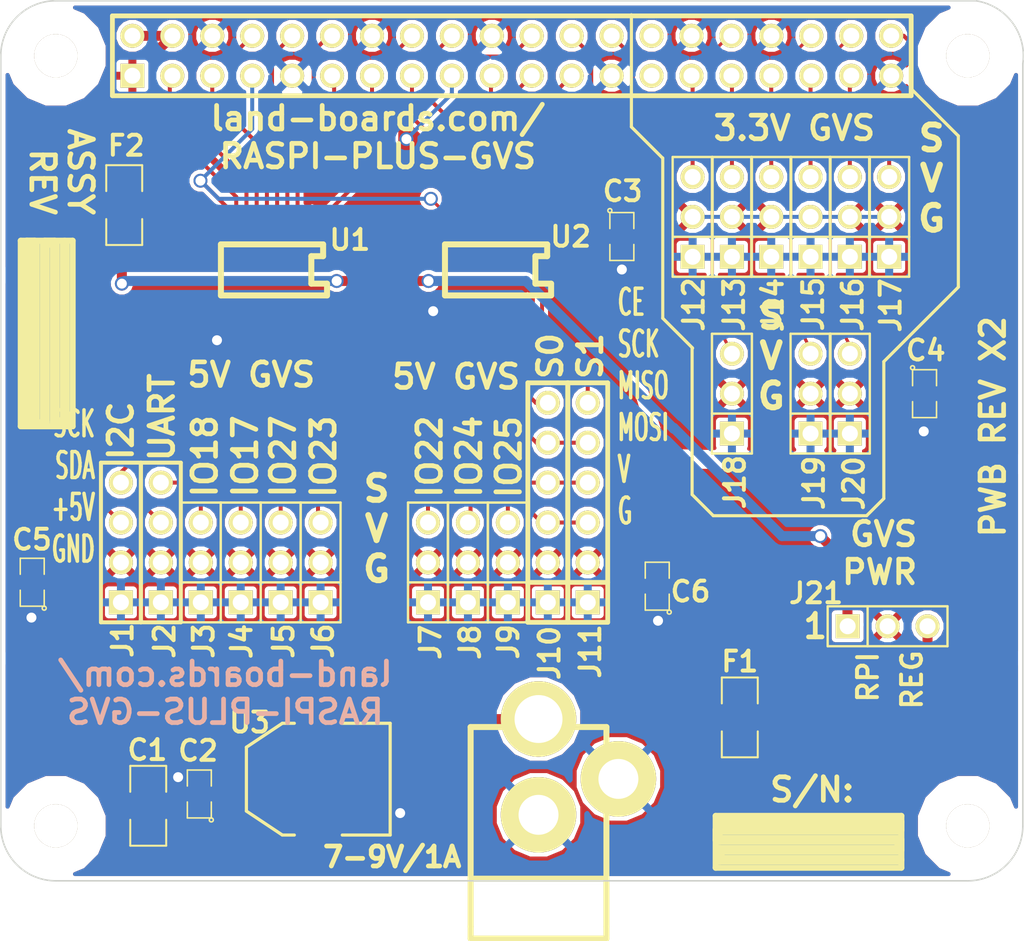
<source format=kicad_pcb>
(kicad_pcb (version 3) (host pcbnew "(2013-04-19 BZR 4011)-stable")
  (layers (15 F.Cu signal) (0 B.Cu signal) (20 B.SilkS user) (21 F.SilkS user) (22 B.Mask user) (23 F.Mask user) (28 Edge.Cuts user))
  (net 0 "")
  (net 1 /+3.3V)
  (net 2 /BIO_17)
  (net 3 /BIO_18)
  (net 4 /BIO_22)
  (net 5 /BIO_23)
  (net 6 /BIO_24)
  (net 7 /BIO_25)
  (net 8 /BIO_27)
  (net 9 /BRXD0)
  (net 10 /BSCLK1)
  (net 11 /BSDA1)
  (net 12 /BSPICE0)
  (net 13 /BSPICE1)
  (net 14 /BSPIMISO)
  (net 15 /BSPIMOSI)
  (net 16 /BSPISCK)
  (net 17 /BTXD0)
  (net 18 /GND)
  (net 19 /GV5V)
  (net 20 /IO_12)
  (net 21 /IO_13)
  (net 22 /IO_16)
  (net 23 /IO_17)
  (net 24 /IO_18)
  (net 25 /IO_19)
  (net 26 /IO_20)
  (net 27 /IO_21)
  (net 28 /IO_22)
  (net 29 /IO_23)
  (net 30 /IO_24)
  (net 31 /IO_25)
  (net 32 /IO_26)
  (net 33 /IO_27)
  (net 34 /IO_4)
  (net 35 /IO_5)
  (net 36 /IO_6)
  (net 37 /R5)
  (net 38 /RP5V)
  (net 39 /RXD0)
  (net 40 /SCLK1)
  (net 41 /SDA1)
  (net 42 /SPICE0)
  (net 43 /SPICE1)
  (net 44 /SPIMISO)
  (net 45 /SPIMOSI)
  (net 46 /SPISCK)
  (net 47 /TXD0)
  (net 48 /VR5V)
  (net 49 /VRIN)
  (net 50 /VROUT)
  (module PIN_ARRAY_4x1 (layer F.Cu) (at 10.18 34.47 90)
    (fp_text reference J2 (at -6.2716 0.234 90) (layer F.SilkS) (effects (font (size 1.27 1.27) (thickness 0.254))))
    (fp_text value CONN_4 hide)
    (pad 1 thru_hole rect (at -3.81 0 90) (size 1.524 1.524) (drill 1.016) (layers *.Cu *.Mask F.SilkS) (net 18 /GND))
    (pad 2 thru_hole circle (at -1.27 0 90) (size 1.524 1.524) (drill 1.016) (layers *.Cu *.Mask F.SilkS) (net 19 /GV5V))
    (pad 3 thru_hole circle (at 1.27 0 90) (size 1.524 1.524) (drill 1.016) (layers *.Cu *.Mask F.SilkS) (net 17 /BTXD0))
    (pad 4 thru_hole circle (at 3.81 0 90) (size 1.524 1.524) (drill 1.016) (layers *.Cu *.Mask F.SilkS) (net 9 /BRXD0))
  )
  (module PIN_ARRAY_3X1 (layer F.Cu) (at 12.72 35.74 90)
    (fp_text reference J3 (at -5.0016 0.1832 90) (layer F.SilkS) (effects (font (size 1.27 1.27) (thickness 0.254))))
    (fp_text value CONN_3 hide)
    (pad 1 thru_hole rect (at -2.54 0 90) (size 1.524 1.524) (drill 1.016) (layers *.Cu *.Mask F.SilkS) (net 18 /GND))
    (pad 2 thru_hole circle (at 0 0 90) (size 1.524 1.524) (drill 1.016) (layers *.Cu *.Mask F.SilkS) (net 19 /GV5V))
    (pad 3 thru_hole circle (at 2.54 0 90) (size 1.524 1.524) (drill 1.016) (layers *.Cu *.Mask F.SilkS) (net 3 /BIO_18))
  )
  (module PIN_ARRAY_3X1 (layer F.Cu) (at 17.8 35.74 90)
    (fp_text reference J5 (at -5.0016 0.1832 90) (layer F.SilkS) (effects (font (size 1.27 1.27) (thickness 0.254))))
    (fp_text value CONN_3 hide)
    (pad 1 thru_hole rect (at -2.54 0 90) (size 1.524 1.524) (drill 1.016) (layers *.Cu *.Mask F.SilkS) (net 18 /GND))
    (pad 2 thru_hole circle (at 0 0 90) (size 1.524 1.524) (drill 1.016) (layers *.Cu *.Mask F.SilkS) (net 19 /GV5V))
    (pad 3 thru_hole circle (at 2.54 0 90) (size 1.524 1.524) (drill 1.016) (layers *.Cu *.Mask F.SilkS) (net 8 /BIO_27))
  )
  (module PIN_ARRAY_3X1 (layer F.Cu) (at 27.17 35.74 90)
    (fp_text reference J7 (at -5.0778 0.1604 90) (layer F.SilkS) (effects (font (size 1.27 1.27) (thickness 0.254))))
    (fp_text value CONN_3 hide)
    (pad 1 thru_hole rect (at -2.54 0 90) (size 1.524 1.524) (drill 1.016) (layers *.Cu *.Mask F.SilkS) (net 18 /GND))
    (pad 2 thru_hole circle (at 0 0 90) (size 1.524 1.524) (drill 1.016) (layers *.Cu *.Mask F.SilkS) (net 19 /GV5V))
    (pad 3 thru_hole circle (at 2.54 0 90) (size 1.524 1.524) (drill 1.016) (layers *.Cu *.Mask F.SilkS) (net 4 /BIO_22))
  )
  (module PIN_ARRAY_3X1 (layer F.Cu) (at 32.25 35.74 90)
    (fp_text reference J9 (at -5.0524 0.0334 90) (layer F.SilkS) (effects (font (size 1.27 1.27) (thickness 0.254))))
    (fp_text value CONN_3 hide)
    (pad 1 thru_hole rect (at -2.54 0 90) (size 1.524 1.524) (drill 1.016) (layers *.Cu *.Mask F.SilkS) (net 18 /GND))
    (pad 2 thru_hole circle (at 0 0 90) (size 1.524 1.524) (drill 1.016) (layers *.Cu *.Mask F.SilkS) (net 19 /GV5V))
    (pad 3 thru_hole circle (at 2.54 0 90) (size 1.524 1.524) (drill 1.016) (layers *.Cu *.Mask F.SilkS) (net 7 /BIO_25))
  )
  (module PIN_ARRAY_3X1 (layer F.Cu) (at 20.34 35.74 90)
    (fp_text reference J6 (at -5.0016 0.1578 90) (layer F.SilkS) (effects (font (size 1.27 1.27) (thickness 0.254))))
    (fp_text value CONN_3 hide)
    (pad 1 thru_hole rect (at -2.54 0 90) (size 1.524 1.524) (drill 1.016) (layers *.Cu *.Mask F.SilkS) (net 18 /GND))
    (pad 2 thru_hole circle (at 0 0 90) (size 1.524 1.524) (drill 1.016) (layers *.Cu *.Mask F.SilkS) (net 19 /GV5V))
    (pad 3 thru_hole circle (at 2.54 0 90) (size 1.524 1.524) (drill 1.016) (layers *.Cu *.Mask F.SilkS) (net 5 /BIO_23))
  )
  (module PIN_ARRAY_3X1 (layer F.Cu) (at 29.71 35.74 90)
    (fp_text reference J8 (at -5.0778 0.135 90) (layer F.SilkS) (effects (font (size 1.27 1.27) (thickness 0.254))))
    (fp_text value CONN_3 hide)
    (pad 1 thru_hole rect (at -2.54 0 90) (size 1.524 1.524) (drill 1.016) (layers *.Cu *.Mask F.SilkS) (net 18 /GND))
    (pad 2 thru_hole circle (at 0 0 90) (size 1.524 1.524) (drill 1.016) (layers *.Cu *.Mask F.SilkS) (net 19 /GV5V))
    (pad 3 thru_hole circle (at 2.54 0 90) (size 1.524 1.524) (drill 1.016) (layers *.Cu *.Mask F.SilkS) (net 6 /BIO_24))
  )
  (module PIN_ARRAY-6X1 (layer F.Cu) (at 37.33 31.93 90)
    (fp_text reference J11 (at -9.472 0.1604 90) (layer F.SilkS) (effects (font (size 1.27 1.27) (thickness 0.254))))
    (fp_text value CONN_6 hide)
    (pad 1 thru_hole rect (at -6.35 0 90) (size 1.524 1.524) (drill 1.016) (layers *.Cu *.Mask F.SilkS) (net 18 /GND))
    (pad 2 thru_hole circle (at -3.81 0 90) (size 1.524 1.524) (drill 1.016) (layers *.Cu *.Mask F.SilkS) (net 19 /GV5V))
    (pad 3 thru_hole circle (at -1.27 0 90) (size 1.524 1.524) (drill 1.016) (layers *.Cu *.Mask F.SilkS) (net 15 /BSPIMOSI))
    (pad 4 thru_hole circle (at 1.27 0 90) (size 1.524 1.524) (drill 1.016) (layers *.Cu *.Mask F.SilkS) (net 14 /BSPIMISO))
    (pad 5 thru_hole circle (at 3.81 0 90) (size 1.524 1.524) (drill 1.016) (layers *.Cu *.Mask F.SilkS) (net 16 /BSPISCK))
    (pad 6 thru_hole circle (at 6.35 0 90) (size 1.524 1.524) (drill 1.016) (layers *.Cu *.Mask F.SilkS) (net 13 /BSPICE1))
  )
  (module SM1206 (layer F.Cu) (at 47 45.6 90)
    (fp_text reference F1 (at 3.556 0 180) (layer F.SilkS) (effects (font (size 1.27 1.27) (thickness 0.254))))
    (fp_text value FUSE hide)
    (pad 1 smd rect (at -1.651 0 90) (size 1.524 2.032) (layers F.Cu F.Mask) (net 50 /VROUT))
    (pad 2 smd rect (at 1.651 0 90) (size 1.524 2.032) (layers F.Cu F.Mask) (net 48 /VR5V))
  )
  (module PIN_ARRAY_4x1 (layer F.Cu) (at 7.64 34.47 90)
    (fp_text reference J1 (at -6.2208 0.107 90) (layer F.SilkS) (effects (font (size 1.27 1.27) (thickness 0.254))))
    (fp_text value CONN_4 hide)
    (pad 1 thru_hole rect (at -3.81 0 90) (size 1.524 1.524) (drill 1.016) (layers *.Cu *.Mask F.SilkS) (net 18 /GND))
    (pad 2 thru_hole circle (at -1.27 0 90) (size 1.524 1.524) (drill 1.016) (layers *.Cu *.Mask F.SilkS) (net 19 /GV5V))
    (pad 3 thru_hole circle (at 1.27 0 90) (size 1.524 1.524) (drill 1.016) (layers *.Cu *.Mask F.SilkS) (net 11 /BSDA1))
    (pad 4 thru_hole circle (at 3.81 0 90) (size 1.524 1.524) (drill 1.016) (layers *.Cu *.Mask F.SilkS) (net 10 /BSCLK1))
  )
  (module PIN_ARRAY_3X1 (layer F.Cu) (at 15.26 35.74 90)
    (fp_text reference J4 (at -5.027 0.0562 90) (layer F.SilkS) (effects (font (size 1.27 1.27) (thickness 0.254))))
    (fp_text value CONN_3 hide)
    (pad 1 thru_hole rect (at -2.54 0 90) (size 1.524 1.524) (drill 1.016) (layers *.Cu *.Mask F.SilkS) (net 18 /GND))
    (pad 2 thru_hole circle (at 0 0 90) (size 1.524 1.524) (drill 1.016) (layers *.Cu *.Mask F.SilkS) (net 19 /GV5V))
    (pad 3 thru_hole circle (at 2.54 0 90) (size 1.524 1.524) (drill 1.016) (layers *.Cu *.Mask F.SilkS) (net 2 /BIO_17))
  )
  (module PIN_ARRAY-6X1 (layer F.Cu) (at 34.79 31.93 90)
    (fp_text reference J10 (at -9.5736 0.1096 90) (layer F.SilkS) (effects (font (size 1.27 1.27) (thickness 0.254))))
    (fp_text value CONN_6 hide)
    (pad 1 thru_hole rect (at -6.35 0 90) (size 1.524 1.524) (drill 1.016) (layers *.Cu *.Mask F.SilkS) (net 18 /GND))
    (pad 2 thru_hole circle (at -3.81 0 90) (size 1.524 1.524) (drill 1.016) (layers *.Cu *.Mask F.SilkS) (net 19 /GV5V))
    (pad 3 thru_hole circle (at -1.27 0 90) (size 1.524 1.524) (drill 1.016) (layers *.Cu *.Mask F.SilkS) (net 15 /BSPIMOSI))
    (pad 4 thru_hole circle (at 1.27 0 90) (size 1.524 1.524) (drill 1.016) (layers *.Cu *.Mask F.SilkS) (net 14 /BSPIMISO))
    (pad 5 thru_hole circle (at 3.81 0 90) (size 1.524 1.524) (drill 1.016) (layers *.Cu *.Mask F.SilkS) (net 16 /BSPISCK))
    (pad 6 thru_hole circle (at 6.35 0 90) (size 1.524 1.524) (drill 1.016) (layers *.Cu *.Mask F.SilkS) (net 12 /BSPICE0))
  )
  (module SOG20 (layer F.Cu) (at 31.5 17 180)
    (fp_text reference U2 (at -4.7458 1.9886 180) (layer F.SilkS) (effects (font (size 1.27 1.27) (thickness 0.254))))
    (fp_text value TXB0108 hide)
    (pad 11 smd rect (at 2.95 -2.8 180) (size 0.25 1.55) (layers F.Cu F.Mask) (net 18 /GND))
    (pad 12 smd rect (at 2.275 -2.8 180) (size 0.25 1.55) (layers F.Cu F.Mask) (net 4 /BIO_22))
    (pad 13 smd rect (at 1.625 -2.8 180) (size 0.25 1.55) (layers F.Cu F.Mask) (net 6 /BIO_24))
    (pad 14 smd rect (at 0.975 -2.8 180) (size 0.25 1.55) (layers F.Cu F.Mask) (net 7 /BIO_25))
    (pad 15 smd rect (at 0.325 -2.8 180) (size 0.25 1.55) (layers F.Cu F.Mask) (net 15 /BSPIMOSI))
    (pad 16 smd rect (at -0.325 -2.8 180) (size 0.25 1.55) (layers F.Cu F.Mask) (net 14 /BSPIMISO))
    (pad 17 smd rect (at -0.975 -2.8 180) (size 0.25 1.55) (layers F.Cu F.Mask) (net 16 /BSPISCK))
    (pad 18 smd rect (at -1.625 -2.8 180) (size 0.25 1.55) (layers F.Cu F.Mask) (net 12 /BSPICE0))
    (pad 19 smd rect (at -2.275 -2.8 180) (size 0.25 1.55) (layers F.Cu F.Mask) (net 19 /GV5V))
    (pad 20 smd rect (at -2.925 -2.8 180) (size 0.25 1.55) (layers F.Cu F.Mask) (net 13 /BSPICE1))
    (pad 1 smd rect (at -2.925 2.8 180) (size 0.25 1.55) (layers F.Cu F.Mask) (net 43 /SPICE1))
    (pad 2 smd rect (at -2.275 2.8 180) (size 0.25 1.55) (layers F.Cu F.Mask) (net 1 /+3.3V))
    (pad 3 smd rect (at -1.625 2.8 180) (size 0.25 1.55) (layers F.Cu F.Mask) (net 42 /SPICE0))
    (pad 4 smd rect (at -0.975 2.8 180) (size 0.25 1.55) (layers F.Cu F.Mask) (net 46 /SPISCK))
    (pad 5 smd rect (at -0.325 2.8 180) (size 0.25 1.55) (layers F.Cu F.Mask) (net 44 /SPIMISO))
    (pad 6 smd rect (at 0.325 2.8 180) (size 0.25 1.55) (layers F.Cu F.Mask) (net 45 /SPIMOSI))
    (pad 7 smd rect (at 0.975 2.8 180) (size 0.25 1.55) (layers F.Cu F.Mask) (net 31 /IO_25))
    (pad 8 smd rect (at 1.625 2.8 180) (size 0.25 1.55) (layers F.Cu F.Mask) (net 30 /IO_24))
    (pad 9 smd rect (at 2.275 2.8 180) (size 0.25 1.55) (layers F.Cu F.Mask) (net 28 /IO_22))
    (pad 10 smd rect (at 2.925 2.8 180) (size 0.25 1.55) (layers F.Cu F.Mask) (net 34 /IO_4))
  )
  (module SOG20 (layer F.Cu) (at 17.25 17 180)
    (fp_text reference U1 (at -4.9496 1.7854 180) (layer F.SilkS) (effects (font (size 1.27 1.27) (thickness 0.254))))
    (fp_text value TXB0108 hide)
    (pad 11 smd rect (at 2.95 -2.8 180) (size 0.25 1.55) (layers F.Cu F.Mask) (net 18 /GND))
    (pad 12 smd rect (at 2.275 -2.8 180) (size 0.25 1.55) (layers F.Cu F.Mask) (net 11 /BSDA1))
    (pad 13 smd rect (at 1.625 -2.8 180) (size 0.25 1.55) (layers F.Cu F.Mask) (net 10 /BSCLK1))
    (pad 14 smd rect (at 0.975 -2.8 180) (size 0.25 1.55) (layers F.Cu F.Mask) (net 17 /BTXD0))
    (pad 15 smd rect (at 0.325 -2.8 180) (size 0.25 1.55) (layers F.Cu F.Mask) (net 9 /BRXD0))
    (pad 16 smd rect (at -0.325 -2.8 180) (size 0.25 1.55) (layers F.Cu F.Mask) (net 3 /BIO_18))
    (pad 17 smd rect (at -0.975 -2.8 180) (size 0.25 1.55) (layers F.Cu F.Mask) (net 2 /BIO_17))
    (pad 18 smd rect (at -1.625 -2.8 180) (size 0.25 1.55) (layers F.Cu F.Mask) (net 8 /BIO_27))
    (pad 19 smd rect (at -2.275 -2.8 180) (size 0.25 1.55) (layers F.Cu F.Mask) (net 19 /GV5V))
    (pad 20 smd rect (at -2.925 -2.8 180) (size 0.25 1.55) (layers F.Cu F.Mask) (net 5 /BIO_23))
    (pad 1 smd rect (at -2.925 2.8 180) (size 0.25 1.55) (layers F.Cu F.Mask) (net 29 /IO_23))
    (pad 2 smd rect (at -2.275 2.8 180) (size 0.25 1.55) (layers F.Cu F.Mask) (net 1 /+3.3V))
    (pad 3 smd rect (at -1.625 2.8 180) (size 0.25 1.55) (layers F.Cu F.Mask) (net 33 /IO_27))
    (pad 4 smd rect (at -0.975 2.8 180) (size 0.25 1.55) (layers F.Cu F.Mask) (net 23 /IO_17))
    (pad 5 smd rect (at -0.325 2.8 180) (size 0.25 1.55) (layers F.Cu F.Mask) (net 24 /IO_18))
    (pad 6 smd rect (at 0.325 2.8 180) (size 0.25 1.55) (layers F.Cu F.Mask) (net 39 /RXD0))
    (pad 7 smd rect (at 0.975 2.8 180) (size 0.25 1.55) (layers F.Cu F.Mask) (net 47 /TXD0))
    (pad 8 smd rect (at 1.625 2.8 180) (size 0.25 1.55) (layers F.Cu F.Mask) (net 40 /SCLK1))
    (pad 9 smd rect (at 2.275 2.8 180) (size 0.25 1.55) (layers F.Cu F.Mask) (net 41 /SDA1))
    (pad 10 smd rect (at 2.925 2.8 180) (size 0.25 1.55) (layers F.Cu F.Mask) (net 34 /IO_4))
  )
  (module SOT223 (layer F.Cu) (at 20.193 49.53 90)
    (fp_text reference U3 (at 3.6068 -4.3688 180) (layer F.SilkS) (effects (font (size 1.27 1.27) (thickness 0.254))))
    (fp_text value AP1117 hide)
    (pad 4 smd rect (at 0 -3.302 90) (size 3.6576 2.032) (layers F.Cu F.Mask) (net 50 /VROUT))
    (pad 2 smd rect (at 0 3.302 90) (size 1.016 2.032) (layers F.Cu F.Mask) (net 50 /VROUT))
    (pad 3 smd rect (at 2.286 3.302 90) (size 1.016 2.032) (layers F.Cu F.Mask) (net 49 /VRIN))
    (pad 1 smd rect (at -2.286 3.302 90) (size 1.016 2.032) (layers F.Cu F.Mask) (net 18 /GND))
  )
  (module SM1206 (layer F.Cu) (at 9.3772 51.2246 90)
    (fp_text reference C1 (at 3.5488 -0.0554 180) (layer F.SilkS) (effects (font (size 1.27 1.27) (thickness 0.254))))
    (fp_text value 106 hide)
    (pad 1 smd rect (at -1.651 0 90) (size 1.524 2.032) (layers F.Cu F.Mask) (net 50 /VROUT))
    (pad 2 smd rect (at 1.651 0 90) (size 1.524 2.032) (layers F.Cu F.Mask) (net 18 /GND))
  )
  (module SM1206 (layer F.Cu) (at 7.85 13 270)
    (fp_text reference F2 (at -3.7798 -0.1256 360) (layer F.SilkS) (effects (font (size 1.27 1.27) (thickness 0.254))))
    (fp_text value FUSE hide)
    (pad 1 smd rect (at -1.651 0 270) (size 1.524 2.032) (layers F.Cu F.Mask) (net 37 /R5))
    (pad 2 smd rect (at 1.651 0 270) (size 1.524 2.032) (layers F.Cu F.Mask) (net 38 /RP5V))
  )
  (module JACK_2.1MM (layer F.Cu) (at 34.2 51.8 90)
    (fp_text reference J22 hide)
    (fp_text value JACK-3.5MM hide)
    (pad 2 thru_hole circle (at 0 0 90) (size 4.8006 4.8006) (drill 2.54) (layers *.Cu *.Mask F.SilkS) (net 18 /GND))
    (pad 1 thru_hole circle (at 6.096 0 90) (size 4.8006 4.8006) (drill 3.048) (layers *.Cu *.Mask F.SilkS) (net 49 /VRIN))
    (pad 3 thru_hole circle (at 2.286 5.08 90) (size 4.8006 4.8006) (drill 2.54) (layers *.Cu *.Mask F.SilkS) (net 18 /GND))
  )
  (module SM0805 (layer F.Cu) (at 12.6272 50.4746 90)
    (fp_text reference C2 (at 2.748 -0.0796 180) (layer F.SilkS) (effects (font (size 1.27 1.27) (thickness 0.254))))
    (fp_text value 104 hide)
    (pad 1 smd rect (at -0.9525 0 90) (size 0.889 1.397) (layers F.Cu F.Mask) (net 50 /VROUT))
    (pad 2 smd rect (at 0.9525 0 90) (size 0.889 1.397) (layers F.Cu F.Mask) (net 18 /GND))
  )
  (module SM0805 (layer F.Cu) (at 39.5 15 270)
    (fp_text reference C3 (at -2.8842 -0.0478 360) (layer F.SilkS) (effects (font (size 1.27 1.27) (thickness 0.254))))
    (fp_text value 104 hide)
    (pad 1 smd rect (at -0.9525 0 270) (size 0.889 1.397) (layers F.Cu F.Mask) (net 1 /+3.3V))
    (pad 2 smd rect (at 0.9525 0 270) (size 0.889 1.397) (layers F.Cu F.Mask) (net 18 /GND))
  )
  (module SM0805 (layer F.Cu) (at 58.75 25 270)
    (fp_text reference C4 (at -2.7496 -0.0764 360) (layer F.SilkS) (effects (font (size 1.27 1.27) (thickness 0.254))))
    (fp_text value 104 hide)
    (pad 1 smd rect (at -0.9525 0 270) (size 0.889 1.397) (layers F.Cu F.Mask) (net 1 /+3.3V))
    (pad 2 smd rect (at 0.9525 0 270) (size 0.889 1.397) (layers F.Cu F.Mask) (net 18 /GND))
  )
  (module SM0805 (layer F.Cu) (at 2 37 90)
    (fp_text reference C5 (at 2.71 -0.0188 180) (layer F.SilkS) (effects (font (size 1.27 1.27) (thickness 0.254))))
    (fp_text value 104 hide)
    (pad 1 smd rect (at -0.9525 0 90) (size 0.889 1.397) (layers F.Cu F.Mask) (net 18 /GND))
    (pad 2 smd rect (at 0.9525 0 90) (size 0.889 1.397) (layers F.Cu F.Mask) (net 19 /GV5V))
  )
  (module SM0805 (layer F.Cu) (at 41.75 37.25 90)
    (fp_text reference C6 (at -0.342 2.1158 180) (layer F.SilkS) (effects (font (size 1.27 1.27) (thickness 0.254))))
    (fp_text value 104 hide)
    (pad 1 smd rect (at -0.9525 0 90) (size 0.889 1.397) (layers F.Cu F.Mask) (net 18 /GND))
    (pad 2 smd rect (at 0.9525 0 90) (size 0.889 1.397) (layers F.Cu F.Mask) (net 19 /GV5V))
  )
  (module REV_BLOCK (layer F.Cu) (at 51.816 53.3908 180)
    (fp_text reference COUP?2 hide)
    (fp_text value COUPON hide)
  )
  (module REV_BLOCK (layer F.Cu) (at 2.794 20.7264 270)
    (fp_text reference COUP?1 hide)
    (fp_text value COUPON hide)
  )
  (module PIN_ARRAY_3X1 (layer F.Cu) (at 44 13.75 90)
    (fp_text reference J12 (at -5.5794 0.069 90) (layer F.SilkS) (effects (font (size 1.27 1.27) (thickness 0.254))))
    (fp_text value CONN_3 hide)
    (pad 1 thru_hole rect (at -2.54 0 90) (size 1.524 1.524) (drill 1.016) (layers *.Cu *.Mask F.SilkS) (net 18 /GND))
    (pad 2 thru_hole circle (at 0 0 90) (size 1.524 1.524) (drill 1.016) (layers *.Cu *.Mask F.SilkS) (net 1 /+3.3V))
    (pad 3 thru_hole circle (at 2.54 0 90) (size 1.524 1.524) (drill 1.016) (layers *.Cu *.Mask F.SilkS) (net 35 /IO_5))
  )
  (module PIN_ARRAY_3X1 (layer F.Cu) (at 46.5 13.75 90)
    (fp_text reference J13 (at -5.5794 0.1344 90) (layer F.SilkS) (effects (font (size 1.27 1.27) (thickness 0.254))))
    (fp_text value CONN_3 hide)
    (pad 1 thru_hole rect (at -2.54 0 90) (size 1.524 1.524) (drill 1.016) (layers *.Cu *.Mask F.SilkS) (net 18 /GND))
    (pad 2 thru_hole circle (at 0 0 90) (size 1.524 1.524) (drill 1.016) (layers *.Cu *.Mask F.SilkS) (net 1 /+3.3V))
    (pad 3 thru_hole circle (at 2.54 0 90) (size 1.524 1.524) (drill 1.016) (layers *.Cu *.Mask F.SilkS) (net 36 /IO_6))
  )
  (module PIN_ARRAY_3X1 (layer F.Cu) (at 49 13.75 90)
    (fp_text reference J14 (at -5.6048 0.0982 90) (layer F.SilkS) (effects (font (size 1.27 1.27) (thickness 0.254))))
    (fp_text value CONN_3 hide)
    (pad 1 thru_hole rect (at -2.54 0 90) (size 1.524 1.524) (drill 1.016) (layers *.Cu *.Mask F.SilkS) (net 18 /GND))
    (pad 2 thru_hole circle (at 0 0 90) (size 1.524 1.524) (drill 1.016) (layers *.Cu *.Mask F.SilkS) (net 1 /+3.3V))
    (pad 3 thru_hole circle (at 2.54 0 90) (size 1.524 1.524) (drill 1.016) (layers *.Cu *.Mask F.SilkS) (net 21 /IO_13))
  )
  (module PIN_ARRAY_3X1 (layer F.Cu) (at 51.5 13.75 90)
    (fp_text reference J15 (at -5.554 0.1636 90) (layer F.SilkS) (effects (font (size 1.27 1.27) (thickness 0.254))))
    (fp_text value CONN_3 hide)
    (pad 1 thru_hole rect (at -2.54 0 90) (size 1.524 1.524) (drill 1.016) (layers *.Cu *.Mask F.SilkS) (net 18 /GND))
    (pad 2 thru_hole circle (at 0 0 90) (size 1.524 1.524) (drill 1.016) (layers *.Cu *.Mask F.SilkS) (net 1 /+3.3V))
    (pad 3 thru_hole circle (at 2.54 0 90) (size 1.524 1.524) (drill 1.016) (layers *.Cu *.Mask F.SilkS) (net 25 /IO_19))
  )
  (module PIN_ARRAY_3X1 (layer F.Cu) (at 54 13.75 90)
    (fp_text reference J16 (at -5.5794 0.1782 90) (layer F.SilkS) (effects (font (size 1.27 1.27) (thickness 0.254))))
    (fp_text value CONN_3 hide)
    (pad 1 thru_hole rect (at -2.54 0 90) (size 1.524 1.524) (drill 1.016) (layers *.Cu *.Mask F.SilkS) (net 18 /GND))
    (pad 2 thru_hole circle (at 0 0 90) (size 1.524 1.524) (drill 1.016) (layers *.Cu *.Mask F.SilkS) (net 1 /+3.3V))
    (pad 3 thru_hole circle (at 2.54 0 90) (size 1.524 1.524) (drill 1.016) (layers *.Cu *.Mask F.SilkS) (net 32 /IO_26))
  )
  (module PIN_ARRAY_3X1 (layer F.Cu) (at 46.5 25 90)
    (fp_text reference J18 (at -5.6324 0.1852 90) (layer F.SilkS) (effects (font (size 1.27 1.27) (thickness 0.254))))
    (fp_text value CONN_3 hide)
    (pad 1 thru_hole rect (at -2.54 0 90) (size 1.524 1.524) (drill 1.016) (layers *.Cu *.Mask F.SilkS) (net 18 /GND))
    (pad 2 thru_hole circle (at 0 0 90) (size 1.524 1.524) (drill 1.016) (layers *.Cu *.Mask F.SilkS) (net 1 /+3.3V))
    (pad 3 thru_hole circle (at 2.54 0 90) (size 1.524 1.524) (drill 1.016) (layers *.Cu *.Mask F.SilkS) (net 20 /IO_12))
  )
  (module PIN_ARRAY_3X1 (layer F.Cu) (at 51.5 25 90)
    (fp_text reference J19 (at -5.6832 0.2144 90) (layer F.SilkS) (effects (font (size 1.27 1.27) (thickness 0.254))))
    (fp_text value CONN_3 hide)
    (pad 1 thru_hole rect (at -2.54 0 90) (size 1.524 1.524) (drill 1.016) (layers *.Cu *.Mask F.SilkS) (net 18 /GND))
    (pad 2 thru_hole circle (at 0 0 90) (size 1.524 1.524) (drill 1.016) (layers *.Cu *.Mask F.SilkS) (net 1 /+3.3V))
    (pad 3 thru_hole circle (at 2.54 0 90) (size 1.524 1.524) (drill 1.016) (layers *.Cu *.Mask F.SilkS) (net 22 /IO_16))
  )
  (module PIN_ARRAY_3X1 (layer F.Cu) (at 54 25 90)
    (fp_text reference J20 (at -5.7086 0.2544 90) (layer F.SilkS) (effects (font (size 1.27 1.27) (thickness 0.254))))
    (fp_text value CONN_3 hide)
    (pad 1 thru_hole rect (at -2.54 0 90) (size 1.524 1.524) (drill 1.016) (layers *.Cu *.Mask F.SilkS) (net 18 /GND))
    (pad 2 thru_hole circle (at 0 0 90) (size 1.524 1.524) (drill 1.016) (layers *.Cu *.Mask F.SilkS) (net 1 /+3.3V))
    (pad 3 thru_hole circle (at 2.54 0 90) (size 1.524 1.524) (drill 1.016) (layers *.Cu *.Mask F.SilkS) (net 26 /IO_20))
  )
  (module PIN_ARRAY_3X1 (layer F.Cu) (at 56.5 13.75 90)
    (fp_text reference J17 (at -5.6302 0.0912 90) (layer F.SilkS) (effects (font (size 1.27 1.27) (thickness 0.254))))
    (fp_text value CONN_3 hide)
    (pad 1 thru_hole rect (at -2.54 0 90) (size 1.524 1.524) (drill 1.016) (layers *.Cu *.Mask F.SilkS) (net 18 /GND))
    (pad 2 thru_hole circle (at 0 0 90) (size 1.524 1.524) (drill 1.016) (layers *.Cu *.Mask F.SilkS) (net 1 /+3.3V))
    (pad 3 thru_hole circle (at 2.54 0 90) (size 1.524 1.524) (drill 1.016) (layers *.Cu *.Mask F.SilkS) (net 27 /IO_21))
  )
  (module PIN_ARRAY_20X2 (layer F.Cu) (at 32.5 3.5)
    (fp_text reference J24 hide)
    (fp_text value RASPIOPLUS hide)
    (pad 1 thru_hole rect (at -24.13 1.27) (size 1.524 1.524) (drill 1.016) (layers *.Cu *.Mask F.SilkS) (net 1 /+3.3V))
    (pad 2 thru_hole circle (at -24.13 -1.27) (size 1.524 1.524) (drill 1.016) (layers *.Cu *.Mask F.SilkS) (net 37 /R5))
    (pad 11 thru_hole circle (at -11.43 1.27) (size 1.524 1.524) (drill 1.016) (layers *.Cu *.Mask F.SilkS) (net 23 /IO_17))
    (pad 4 thru_hole circle (at -21.59 -1.27) (size 1.524 1.524) (drill 1.016) (layers *.Cu *.Mask F.SilkS) (net 37 /R5))
    (pad 13 thru_hole circle (at -8.89 1.27) (size 1.524 1.524) (drill 1.016) (layers *.Cu *.Mask F.SilkS) (net 33 /IO_27))
    (pad 6 thru_hole circle (at -19.05 -1.27) (size 1.524 1.524) (drill 1.016) (layers *.Cu *.Mask F.SilkS) (net 18 /GND))
    (pad 15 thru_hole circle (at -6.35 1.27) (size 1.524 1.524) (drill 1.016) (layers *.Cu *.Mask F.SilkS) (net 28 /IO_22))
    (pad 8 thru_hole circle (at -16.51 -1.27) (size 1.524 1.524) (drill 1.016) (layers *.Cu *.Mask F.SilkS) (net 47 /TXD0))
    (pad 17 thru_hole circle (at -3.81 1.27) (size 1.524 1.524) (drill 1.016) (layers *.Cu *.Mask F.SilkS) (net 1 /+3.3V))
    (pad 10 thru_hole circle (at -13.97 -1.27) (size 1.524 1.524) (drill 1.016) (layers *.Cu *.Mask F.SilkS) (net 39 /RXD0))
    (pad 19 thru_hole circle (at -1.27 1.27) (size 1.524 1.524) (drill 1.016) (layers *.Cu *.Mask F.SilkS) (net 45 /SPIMOSI))
    (pad 12 thru_hole circle (at -11.43 -1.27) (size 1.524 1.524) (drill 1.016) (layers *.Cu *.Mask F.SilkS) (net 24 /IO_18))
    (pad 21 thru_hole circle (at 1.27 1.27) (size 1.524 1.524) (drill 1.016) (layers *.Cu *.Mask F.SilkS) (net 44 /SPIMISO))
    (pad 14 thru_hole circle (at -8.89 -1.27) (size 1.524 1.524) (drill 1.016) (layers *.Cu *.Mask F.SilkS) (net 18 /GND))
    (pad 23 thru_hole circle (at 3.81 1.27) (size 1.524 1.524) (drill 1.016) (layers *.Cu *.Mask F.SilkS) (net 46 /SPISCK))
    (pad 16 thru_hole circle (at -6.35 -1.27) (size 1.524 1.524) (drill 1.016) (layers *.Cu *.Mask F.SilkS) (net 29 /IO_23))
    (pad 25 thru_hole circle (at 6.35 1.27) (size 1.524 1.524) (drill 1.016) (layers *.Cu *.Mask F.SilkS) (net 18 /GND))
    (pad 18 thru_hole circle (at -3.81 -1.27) (size 1.524 1.524) (drill 1.016) (layers *.Cu *.Mask F.SilkS) (net 30 /IO_24))
    (pad 27 thru_hole circle (at 8.89 1.27) (size 1.524 1.524) (drill 1.016) (layers *.Cu *.Mask F.SilkS))
    (pad 20 thru_hole circle (at -1.27 -1.27) (size 1.524 1.524) (drill 1.016) (layers *.Cu *.Mask F.SilkS) (net 18 /GND))
    (pad 29 thru_hole circle (at 11.43 1.27) (size 1.524 1.524) (drill 1.016) (layers *.Cu *.Mask F.SilkS) (net 35 /IO_5))
    (pad 22 thru_hole circle (at 1.27 -1.27) (size 1.524 1.524) (drill 1.016) (layers *.Cu *.Mask F.SilkS) (net 31 /IO_25))
    (pad 31 thru_hole circle (at 13.97 1.27) (size 1.524 1.524) (drill 1.016) (layers *.Cu *.Mask F.SilkS) (net 36 /IO_6))
    (pad 24 thru_hole circle (at 3.81 -1.27) (size 1.524 1.524) (drill 1.016) (layers *.Cu *.Mask F.SilkS) (net 42 /SPICE0))
    (pad 26 thru_hole circle (at 6.35 -1.27) (size 1.524 1.524) (drill 1.016) (layers *.Cu *.Mask F.SilkS) (net 43 /SPICE1))
    (pad 33 thru_hole circle (at 16.51 1.27) (size 1.524 1.524) (drill 1.016) (layers *.Cu *.Mask F.SilkS) (net 21 /IO_13))
    (pad 28 thru_hole circle (at 8.89 -1.27) (size 1.524 1.524) (drill 1.016) (layers *.Cu *.Mask F.SilkS))
    (pad 32 thru_hole circle (at 13.97 -1.27) (size 1.524 1.524) (drill 1.016) (layers *.Cu *.Mask F.SilkS) (net 20 /IO_12))
    (pad 34 thru_hole circle (at 16.51 -1.27) (size 1.524 1.524) (drill 1.016) (layers *.Cu *.Mask F.SilkS) (net 18 /GND))
    (pad 36 thru_hole circle (at 19.05 -1.27) (size 1.524 1.524) (drill 1.016) (layers *.Cu *.Mask F.SilkS) (net 22 /IO_16))
    (pad 38 thru_hole circle (at 21.59 -1.27) (size 1.524 1.524) (drill 1.016) (layers *.Cu *.Mask F.SilkS) (net 26 /IO_20))
    (pad 35 thru_hole circle (at 19.05 1.27) (size 1.524 1.524) (drill 1.016) (layers *.Cu *.Mask F.SilkS) (net 25 /IO_19))
    (pad 37 thru_hole circle (at 21.59 1.27) (size 1.524 1.524) (drill 1.016) (layers *.Cu *.Mask F.SilkS) (net 32 /IO_26))
    (pad 3 thru_hole circle (at -21.59 1.27) (size 1.524 1.524) (drill 1.016) (layers *.Cu *.Mask F.SilkS) (net 41 /SDA1))
    (pad 5 thru_hole circle (at -19.05 1.27) (size 1.524 1.524) (drill 1.016) (layers *.Cu *.Mask F.SilkS) (net 40 /SCLK1))
    (pad 7 thru_hole circle (at -16.51 1.27) (size 1.524 1.524) (drill 1.016) (layers *.Cu *.Mask F.SilkS) (net 34 /IO_4))
    (pad 9 thru_hole circle (at -13.97 1.27) (size 1.524 1.524) (drill 1.016) (layers *.Cu *.Mask F.SilkS) (net 18 /GND))
    (pad 39 thru_hole circle (at 24.13 1.27) (size 1.524 1.524) (drill 1.016) (layers *.Cu *.Mask F.SilkS) (net 18 /GND))
    (pad 40 thru_hole circle (at 24.13 -1.27) (size 1.524 1.524) (drill 1.016) (layers *.Cu *.Mask F.SilkS) (net 27 /IO_21))
    (pad 30 thru_hole circle (at 11.43 -1.27) (size 1.524 1.524) (drill 1.016) (layers *.Cu *.Mask F.SilkS) (net 18 /GND))
  )
  (module PIN_ARRAY_3X1 (layer F.Cu) (at 56.4 39.8)
    (fp_text reference J21 (at -4.55 -2.1) (layer F.SilkS) (effects (font (size 1.27 1.27) (thickness 0.254))))
    (fp_text value CONN_3 hide)
    (pad 1 thru_hole rect (at -2.54 0) (size 1.524 1.524) (drill 1.016) (layers *.Cu *.Mask F.SilkS) (net 38 /RP5V))
    (pad 2 thru_hole circle (at 0 0) (size 1.524 1.524) (drill 1.016) (layers *.Cu *.Mask F.SilkS) (net 19 /GV5V))
    (pad 3 thru_hole circle (at 2.54 0) (size 1.524 1.524) (drill 1.016) (layers *.Cu *.Mask F.SilkS) (net 48 /VR5V))
  )
  (module MTG-2.75MM (layer F.Cu) (at 61.5 52.5)
    (fp_text reference MTG4 hide)
    (fp_text value CONN_1 hide)
    (pad 1 thru_hole circle (at 0 0) (size 2.75 2.75) (drill 2.75) (layers *.Cu *.Mask F.SilkS) (clearance 1.8))
  )
  (module MTG-2.75MM (layer F.Cu) (at 3.5 52.5)
    (fp_text reference MTG3 hide)
    (fp_text value CONN_1 hide)
    (pad 1 thru_hole circle (at 0 0) (size 2.75 2.75) (drill 2.75) (layers *.Cu *.Mask F.SilkS) (clearance 1.8))
  )
  (module MTG-2.75MM (layer F.Cu) (at 61.5 3.5)
    (fp_text reference MTG2 hide)
    (fp_text value CONN_1 hide)
    (pad 1 thru_hole circle (at 0 0) (size 2.75 2.75) (drill 2.75) (layers *.Cu *.Mask F.SilkS) (clearance 1.8))
  )
  (module MTG-2.75MM (layer F.Cu) (at 3.5 3.5)
    (fp_text reference MTG1 hide)
    (fp_text value CONN_1 hide)
    (pad 1 thru_hole circle (at 0 0) (size 2.75 2.75) (drill 2.75) (layers *.Cu *.Mask F.SilkS) (clearance 1.8))
  )
  (gr_text RPI (at 55.15 41.3 90) (layer F.SilkS) (effects (font (size 1.27 1.27) (thickness 0.25)) (justify right)))
  (gr_line (start 40.1066 8.0264) (end 40.1066 0.889) (angle 90) (layer F.SilkS) (width 0.2))
  (gr_line (start 42.0878 10.0076) (end 40.1066 8.0264) (angle 90) (layer F.SilkS) (width 0.2))
  (gr_line (start 43.9674 31.4198) (end 43.9674 22.0726) (angle 90) (layer F.SilkS) (width 0.2))
  (gr_line (start 45.3136 32.766) (end 43.9674 31.4198) (angle 90) (layer F.SilkS) (width 0.2))
  (gr_line (start 55.0672 32.766) (end 45.3136 32.766) (angle 90) (layer F.SilkS) (width 0.2))
  (gr_line (start 56.1594 31.6738) (end 55.0672 32.766) (angle 90) (layer F.SilkS) (width 0.2))
  (gr_line (start 56.1594 22.9616) (end 56.1594 31.6738) (angle 90) (layer F.SilkS) (width 0.2))
  (gr_line (start 60.9092 18.2118) (end 56.1594 22.9616) (angle 90) (layer F.SilkS) (width 0.2))
  (gr_text REG (at 57.95 41.2 90) (layer F.SilkS) (effects (font (size 1.27 1.27) (thickness 0.25)) (justify right)))
  (gr_text "GVS\nPWR" (at 58.45 35.15) (layer F.SilkS) (effects (font (size 1.5 1.5) (thickness 0.3)) (justify right)))
  (gr_text "5V GVS" (at 28.956 23.9268) (layer F.SilkS) (effects (font (size 1.5 1.5) (thickness 0.3))))
  (gr_line (start 60.9 8.6) (end 57.9 5.6) (angle 90) (layer F.SilkS) (width 0.2))
  (gr_line (start 60.9 18.2) (end 60.9 8.6) (angle 90) (layer F.SilkS) (width 0.2))
  (gr_line (start 42.1 20.2) (end 44 22.1) (angle 90) (layer F.SilkS) (width 0.2))
  (gr_line (start 42.1 10) (end 42.1 20.2) (angle 90) (layer F.SilkS) (width 0.2))
  (gr_text "S\nV\nG" (at 59.2 11.3) (layer F.SilkS) (effects (font (size 1.5875 1.5875) (thickness 0.381))))
  (gr_text "S\nV\nG" (at 49 22.6) (layer F.SilkS) (effects (font (size 1.5875 1.5875) (thickness 0.381))))
  (gr_text "3.3V GVS" (at 50.4698 8.1026) (layer F.SilkS) (effects (font (size 1.5 1.5) (thickness 0.3))))
  (gr_text "5V GVS" (at 15.9258 23.7998) (layer F.SilkS) (effects (font (size 1.5 1.5) (thickness 0.3))))
  (gr_text "land-boards.com/\nRASPI-PLUS-GVS" (at 14.2748 44.0436) (layer B.SilkS) (effects (font (size 1.5 1.5) (thickness 0.3)) (justify mirror)))
  (gr_line (start 61.5 56) (end 3.5 56) (angle 90) (layer Edge.Cuts) (width 0.1))
  (gr_line (start 65 4) (end 65 52.5) (angle 90) (layer Edge.Cuts) (width 0.1))
  (gr_line (start 3.5 0) (end 62 0) (angle 90) (layer Edge.Cuts) (width 0.1))
  (gr_line (start 0 52.5) (end 0 3.5) (angle 90) (layer Edge.Cuts) (width 0.1))
  (gr_arc (start 61.5 3.5) (end 62 0) (angle 90) (layer Edge.Cuts) (width 0.1))
  (gr_arc (start 61.5 52.5) (end 65 52.5) (angle 90) (layer Edge.Cuts) (width 0.1))
  (gr_arc (start 3.5 52.5) (end 3.5 56) (angle 90) (layer Edge.Cuts) (width 0.1))
  (gr_arc (start 3.5 3.5) (end 0 3.5) (angle 90) (layer Edge.Cuts) (width 0.1))
  (gr_text "PWB REV X2" (at 63.1 27.1 90) (layer F.SilkS) (effects (font (size 1.5 1.5) (thickness 0.3))))
  (gr_text "ASSY\nREV" (at 3.8608 13.7922 270) (layer F.SilkS) (effects (font (size 1.5 1.5) (thickness 0.3)) (justify right)))
  (gr_text S/N: (at 51.6 50.2) (layer F.SilkS) (effects (font (size 1.5 1.5) (thickness 0.3))))
  (gr_text 1 (at 51.8 39.8) (layer F.SilkS) (effects (font (size 1.5 1.5) (thickness 0.3))))
  (gr_text 7-9V/1A (at 24.892 54.483) (layer F.SilkS) (effects (font (size 1.27 1.27) (thickness 0.3))))
  (gr_text "SCK\nSDA\n+5V\nGND" (at 6.116 30.914) (layer F.SilkS) (effects (font (size 1.651 0.889) (thickness 0.22225)) (justify right)))
  (gr_text "CE\nSCK\nMISO\nMOSI\nV\nG" (at 39.108 25.834) (layer F.SilkS) (effects (font (size 1.651 0.889) (thickness 0.22225)) (justify left)))
  (gr_text "land-boards.com/\nRASPI-PLUS-GVS" (at 23.9776 8.6868) (layer F.SilkS) (effects (font (size 1.5 1.5) (thickness 0.3))))
  (gr_text S1 (at 37.4904 22.606 90) (layer F.SilkS) (effects (font (size 1.5 1.5) (thickness 0.3))))
  (gr_text S0 (at 34.9504 22.606 90) (layer F.SilkS) (effects (font (size 1.5 1.5) (thickness 0.3))))
  (gr_text IO25 (at 32.3088 29.0322 90) (layer F.SilkS) (effects (font (size 1.5 1.5) (thickness 0.3))))
  (gr_text IO24 (at 29.7942 29.0068 90) (layer F.SilkS) (effects (font (size 1.5 1.5) (thickness 0.3))))
  (gr_text IO22 (at 27.2796 29.0068 90) (layer F.SilkS) (effects (font (size 1.5 1.5) (thickness 0.3))))
  (gr_text IO23 (at 20.5232 29.0068 90) (layer F.SilkS) (effects (font (size 1.5 1.5) (thickness 0.3))))
  (gr_text IO27 (at 17.9578 28.9814 90) (layer F.SilkS) (effects (font (size 1.5 1.5) (thickness 0.3))))
  (gr_text IO17 (at 15.5448 28.9814 90) (layer F.SilkS) (effects (font (size 1.5 1.5) (thickness 0.3))))
  (gr_text IO18 (at 12.9794 28.9814 90) (layer F.SilkS) (effects (font (size 1.5 1.5) (thickness 0.3))))
  (gr_text UART (at 10.25 26.5 90) (layer F.SilkS) (effects (font (size 1.5 1.5) (thickness 0.3))))
  (gr_text I2C (at 7.64 27.358 90) (layer F.SilkS) (effects (font (size 1.5 1.5) (thickness 0.3))))
  (gr_text "S\nV\nG" (at 23.9 33.6) (layer F.SilkS) (effects (font (size 1.5875 1.5875) (thickness 0.381))))
  (segment (start 44 13.75) (end 46.5 13.75) (width 0.254) (layer B.Cu) (net 1))
  (segment (start 46.5 13.75) (end 49 13.75) (width 0.254) (layer B.Cu) (net 1))
  (segment (start 49 13.75) (end 51.5 13.75) (width 0.254) (layer B.Cu) (net 1))
  (segment (start 51.5 13.75) (end 54 13.75) (width 0.254) (layer B.Cu) (net 1))
  (segment (start 54 13.75) (end 56.5 13.75) (width 0.254) (layer B.Cu) (net 1))
  (segment (start 28.69 4.77) (end 28.69 5.91) (width 0.254) (layer B.Cu) (net 1))
  (via (at 25.8 8.8) (size 0.889) (layers F.Cu B.Cu) (net 1))
  (segment (start 28.69 5.91) (end 25.8 8.8) (width 0.254) (layer B.Cu) (net 1))
  (segment (start 18.225 19.8) (end 18.225 28.375) (width 0.254) (layer F.Cu) (net 2))
  (segment (start 15.26 31.34) (end 15.26 33.2) (width 0.254) (layer F.Cu) (net 2))
  (segment (start 18.225 28.375) (end 15.26 31.34) (width 0.254) (layer F.Cu) (net 2))
  (segment (start 17.575 19.8) (end 17.575 26.025) (width 0.254) (layer F.Cu) (net 3))
  (segment (start 12.72 30.88) (end 12.72 33.2) (width 0.254) (layer F.Cu) (net 3))
  (segment (start 17.575 26.025) (end 12.72 30.88) (width 0.254) (layer F.Cu) (net 3))
  (segment (start 29.225 19.8) (end 29.225 21.325) (width 0.254) (layer F.Cu) (net 4))
  (segment (start 27.17 23.38) (end 27.17 33.2) (width 0.254) (layer F.Cu) (net 4))
  (segment (start 29.225 21.325) (end 27.17 23.38) (width 0.254) (layer F.Cu) (net 4))
  (segment (start 20.175 19.8) (end 20.175 33.035) (width 0.254) (layer F.Cu) (net 5))
  (segment (start 20.175 33.035) (end 20.34 33.2) (width 0.254) (layer F.Cu) (net 5))
  (segment (start 29.875 19.8) (end 29.875 33.035) (width 0.254) (layer F.Cu) (net 6))
  (segment (start 29.875 33.035) (end 29.71 33.2) (width 0.254) (layer F.Cu) (net 6))
  (segment (start 30.525 19.8) (end 30.525 29.725) (width 0.254) (layer F.Cu) (net 7))
  (segment (start 32.25 31.45) (end 32.25 33.2) (width 0.254) (layer F.Cu) (net 7))
  (segment (start 30.525 29.725) (end 32.25 31.45) (width 0.254) (layer F.Cu) (net 7))
  (segment (start 18.875 19.8) (end 18.875 30.675) (width 0.254) (layer F.Cu) (net 8))
  (segment (start 17.8 31.75) (end 17.8 33.2) (width 0.254) (layer F.Cu) (net 8))
  (segment (start 18.875 30.675) (end 17.8 31.75) (width 0.254) (layer F.Cu) (net 8))
  (segment (start 16.925 19.8) (end 16.925 25.675) (width 0.254) (layer F.Cu) (net 9))
  (segment (start 11.94 30.66) (end 10.18 30.66) (width 0.254) (layer F.Cu) (net 9))
  (segment (start 16.925 25.675) (end 11.94 30.66) (width 0.254) (layer F.Cu) (net 9))
  (segment (start 15.625 19.8) (end 15.625 22.025) (width 0.254) (layer F.Cu) (net 10))
  (segment (start 7.64 30.01) (end 7.64 30.66) (width 0.254) (layer F.Cu) (net 10))
  (segment (start 15.625 22.025) (end 7.64 30.01) (width 0.254) (layer F.Cu) (net 10))
  (segment (start 14.975 19.8) (end 14.975 21.725) (width 0.254) (layer F.Cu) (net 11))
  (segment (start 6.3 31.86) (end 7.64 33.2) (width 0.254) (layer F.Cu) (net 11))
  (segment (start 6.3 29.35) (end 6.3 31.86) (width 0.254) (layer F.Cu) (net 11))
  (segment (start 6.45 29.2) (end 6.3 29.35) (width 0.254) (layer F.Cu) (net 11))
  (segment (start 7.5 29.2) (end 6.45 29.2) (width 0.254) (layer F.Cu) (net 11))
  (segment (start 14.975 21.725) (end 7.5 29.2) (width 0.254) (layer F.Cu) (net 11))
  (segment (start 33.125 19.8) (end 33.125 24.675) (width 0.254) (layer F.Cu) (net 12))
  (segment (start 34.03 25.58) (end 34.79 25.58) (width 0.254) (layer F.Cu) (net 12))
  (segment (start 33.125 24.675) (end 34.03 25.58) (width 0.254) (layer F.Cu) (net 12))
  (segment (start 34.425 19.8) (end 34.425 20.925) (width 0.254) (layer F.Cu) (net 13))
  (segment (start 37.33 23.83) (end 37.33 25.58) (width 0.254) (layer F.Cu) (net 13))
  (segment (start 34.425 20.925) (end 37.33 23.83) (width 0.254) (layer F.Cu) (net 13))
  (segment (start 34.79 30.66) (end 37.33 30.66) (width 0.254) (layer F.Cu) (net 14))
  (segment (start 31.825 19.8) (end 31.825 29.225) (width 0.254) (layer F.Cu) (net 14))
  (segment (start 33.26 30.66) (end 34.79 30.66) (width 0.254) (layer F.Cu) (net 14))
  (segment (start 31.825 29.225) (end 33.26 30.66) (width 0.254) (layer F.Cu) (net 14))
  (segment (start 34.79 33.2) (end 37.33 33.2) (width 0.254) (layer F.Cu) (net 15))
  (segment (start 31.175 19.8) (end 31.175 29.475) (width 0.254) (layer F.Cu) (net 15))
  (segment (start 34.4 33.2) (end 34.79 33.2) (width 0.254) (layer F.Cu) (net 15))
  (segment (start 33.45 32.25) (end 34.4 33.2) (width 0.254) (layer F.Cu) (net 15))
  (segment (start 33.45 31.75) (end 33.45 32.25) (width 0.254) (layer F.Cu) (net 15))
  (segment (start 31.175 29.475) (end 33.45 31.75) (width 0.254) (layer F.Cu) (net 15))
  (segment (start 32.475 19.8) (end 32.475 26.525) (width 0.254) (layer F.Cu) (net 16))
  (segment (start 34.07 28.12) (end 34.79 28.12) (width 0.254) (layer F.Cu) (net 16))
  (segment (start 32.475 26.525) (end 34.07 28.12) (width 0.254) (layer F.Cu) (net 16))
  (segment (start 34.79 28.12) (end 37.33 28.12) (width 0.254) (layer F.Cu) (net 16))
  (segment (start 16.275 19.8) (end 16.275 22.225) (width 0.254) (layer F.Cu) (net 17))
  (segment (start 8.9 31.92) (end 10.18 33.2) (width 0.254) (layer F.Cu) (net 17))
  (segment (start 8.9 29.6) (end 8.9 31.92) (width 0.254) (layer F.Cu) (net 17))
  (segment (start 16.275 22.225) (end 8.9 29.6) (width 0.254) (layer F.Cu) (net 17))
  (segment (start 12.6272 49.5221) (end 11.3967 49.5221) (width 0.635) (layer F.Cu) (net 18))
  (segment (start 11.107 49.5736) (end 11.2776 49.403) (width 0.635) (layer F.Cu) (net 18))
  (via (at 11.2776 49.403) (size 0.889) (layers F.Cu B.Cu) (net 18))
  (segment (start 11.107 49.5736) (end 9.3772 49.5736) (width 0.635) (layer F.Cu) (net 18))
  (segment (start 11.3967 49.5221) (end 11.2776 49.403) (width 0.635) (layer F.Cu) (net 18))
  (segment (start 23.495 51.816) (end 25.273 51.816) (width 0.254) (layer F.Cu) (net 18))
  (via (at 25.4 51.689) (size 0.889) (layers F.Cu B.Cu) (net 18))
  (segment (start 25.273 51.816) (end 25.4 51.689) (width 0.254) (layer F.Cu) (net 18))
  (segment (start 2 37.9525) (end 2 39.2) (width 0.254) (layer F.Cu) (net 18))
  (via (at 1.95 39.25) (size 0.889) (layers F.Cu B.Cu) (net 18))
  (segment (start 2 39.2) (end 1.95 39.25) (width 0.254) (layer F.Cu) (net 18))
  (segment (start 58.75 25.9525) (end 58.75 27.35) (width 0.254) (layer F.Cu) (net 18))
  (via (at 58.7 27.4) (size 0.889) (layers F.Cu B.Cu) (net 18))
  (segment (start 58.75 27.35) (end 58.7 27.4) (width 0.254) (layer F.Cu) (net 18))
  (segment (start 28.55 19.8) (end 27.55 19.8) (width 0.254) (layer F.Cu) (net 18))
  (via (at 27.5 19.75) (size 0.889) (layers F.Cu B.Cu) (net 18))
  (segment (start 27.55 19.8) (end 27.5 19.75) (width 0.254) (layer F.Cu) (net 18))
  (segment (start 39.5 15.9525) (end 39.5 17.1) (width 0.254) (layer F.Cu) (net 18))
  (via (at 39.5 17.1) (size 0.889) (layers F.Cu B.Cu) (net 18))
  (segment (start 41.75 38.2025) (end 41.75 39.4) (width 0.254) (layer F.Cu) (net 18))
  (via (at 41.8 39.45) (size 0.889) (layers F.Cu B.Cu) (net 18))
  (segment (start 41.75 39.4) (end 41.8 39.45) (width 0.254) (layer F.Cu) (net 18))
  (segment (start 9.632 49.599) (end 9.831 49.4) (width 0.254) (layer F.Cu) (net 18))
  (segment (start 9.9785 49.5475) (end 9.831 49.4) (width 0.254) (layer F.Cu) (net 18))
  (segment (start 14.3 19.8) (end 14.3 21.3) (width 0.254) (layer F.Cu) (net 18))
  (via (at 13.75 21.6) (size 0.889) (layers F.Cu B.Cu) (net 18))
  (segment (start 14 21.6) (end 13.75 21.6) (width 0.254) (layer F.Cu) (net 18))
  (segment (start 14.3 21.3) (end 14 21.6) (width 0.254) (layer F.Cu) (net 18))
  (segment (start 46.47 2.23) (end 46.32 2.23) (width 0.2032) (layer F.Cu) (net 20))
  (segment (start 45.25 19.96) (end 46.5 22.46) (width 0.2032) (layer F.Cu) (net 20))
  (segment (start 45.25 9.95) (end 45.25 19.96) (width 0.2032) (layer F.Cu) (net 20))
  (segment (start 45.2 9.9) (end 45.25 9.95) (width 0.2032) (layer F.Cu) (net 20))
  (segment (start 45.2 3.35) (end 45.2 9.9) (width 0.2032) (layer F.Cu) (net 20))
  (segment (start 46.32 2.23) (end 45.2 3.35) (width 0.2032) (layer F.Cu) (net 20))
  (segment (start 49 11.21) (end 49 4.78) (width 0.254) (layer F.Cu) (net 21))
  (segment (start 49 4.78) (end 49.01 4.77) (width 0.254) (layer F.Cu) (net 21))
  (segment (start 51.5 22.46) (end 51.5 22.2) (width 0.2032) (layer F.Cu) (net 22))
  (segment (start 50.25 3.53) (end 51.55 2.23) (width 0.2032) (layer F.Cu) (net 22))
  (segment (start 50.25 19.7) (end 50.25 3.53) (width 0.2032) (layer F.Cu) (net 22))
  (segment (start 51.5 22.2) (end 50.25 19.7) (width 0.2032) (layer F.Cu) (net 22))
  (segment (start 18.225 14.2) (end 18.225 11.025) (width 0.254) (layer F.Cu) (net 23))
  (segment (start 21.2 4.9) (end 21.07 4.77) (width 0.254) (layer F.Cu) (net 23))
  (segment (start 21.2 8.05) (end 21.2 4.9) (width 0.254) (layer F.Cu) (net 23))
  (segment (start 18.225 11.025) (end 21.2 8.05) (width 0.254) (layer F.Cu) (net 23))
  (segment (start 21.07 2.23) (end 20.87 2.23) (width 0.254) (layer F.Cu) (net 24))
  (segment (start 17.575 10.625) (end 17.575 14.2) (width 0.254) (layer F.Cu) (net 24))
  (segment (start 19.9 8.3) (end 17.575 10.625) (width 0.254) (layer F.Cu) (net 24))
  (segment (start 19.9 3.2) (end 19.9 8.3) (width 0.254) (layer F.Cu) (net 24))
  (segment (start 20.87 2.23) (end 19.9 3.2) (width 0.254) (layer F.Cu) (net 24))
  (segment (start 51.5 11.21) (end 51.5 4.82) (width 0.254) (layer F.Cu) (net 25))
  (segment (start 51.5 4.82) (end 51.55 4.77) (width 0.254) (layer F.Cu) (net 25))
  (segment (start 54 22.46) (end 54 21.95) (width 0.2032) (layer F.Cu) (net 26))
  (segment (start 52.75 3.57) (end 54.09 2.23) (width 0.2032) (layer F.Cu) (net 26))
  (segment (start 52.75 19.45) (end 52.75 3.57) (width 0.2032) (layer F.Cu) (net 26))
  (segment (start 54 21.95) (end 52.75 19.45) (width 0.2032) (layer F.Cu) (net 26))
  (segment (start 56.5 11.21) (end 56.5 7.75) (width 0.254) (layer F.Cu) (net 27))
  (segment (start 57.43 2.23) (end 56.63 2.23) (width 0.254) (layer F.Cu) (net 27))
  (segment (start 58.1 2.9) (end 57.43 2.23) (width 0.254) (layer F.Cu) (net 27))
  (segment (start 58.1 6.15) (end 58.1 2.9) (width 0.254) (layer F.Cu) (net 27))
  (segment (start 56.5 7.75) (end 58.1 6.15) (width 0.254) (layer F.Cu) (net 27))
  (segment (start 29.225 14.2) (end 29.225 10.475) (width 0.254) (layer F.Cu) (net 28))
  (segment (start 26.15 7.4) (end 26.15 4.77) (width 0.254) (layer F.Cu) (net 28))
  (segment (start 29.225 10.475) (end 26.15 7.4) (width 0.254) (layer F.Cu) (net 28))
  (segment (start 20.175 14.2) (end 20.175 14.075) (width 0.254) (layer F.Cu) (net 29))
  (segment (start 24.9 3.48) (end 26.15 2.23) (width 0.254) (layer F.Cu) (net 29))
  (segment (start 24.9 9.35) (end 24.9 3.48) (width 0.254) (layer F.Cu) (net 29))
  (segment (start 20.175 14.075) (end 24.9 9.35) (width 0.254) (layer F.Cu) (net 29))
  (segment (start 29.875 14.2) (end 29.875 8.875) (width 0.254) (layer F.Cu) (net 30))
  (segment (start 27.3 3.62) (end 28.69 2.23) (width 0.254) (layer F.Cu) (net 30))
  (segment (start 27.3 6.3) (end 27.3 3.62) (width 0.254) (layer F.Cu) (net 30))
  (segment (start 29.875 8.875) (end 27.3 6.3) (width 0.254) (layer F.Cu) (net 30))
  (segment (start 30.525 14.2) (end 30.525 6.675) (width 0.254) (layer F.Cu) (net 31))
  (segment (start 32.45 3.55) (end 33.77 2.23) (width 0.254) (layer F.Cu) (net 31))
  (segment (start 30.6 3.55) (end 32.45 3.55) (width 0.254) (layer F.Cu) (net 31))
  (segment (start 30.05 4.1) (end 30.6 3.55) (width 0.254) (layer F.Cu) (net 31))
  (segment (start 30.05 6.2) (end 30.05 4.1) (width 0.254) (layer F.Cu) (net 31))
  (segment (start 30.525 6.675) (end 30.05 6.2) (width 0.254) (layer F.Cu) (net 31))
  (segment (start 54 11.21) (end 54 4.86) (width 0.254) (layer F.Cu) (net 32))
  (segment (start 54 4.86) (end 54.09 4.77) (width 0.254) (layer F.Cu) (net 32))
  (segment (start 18.875 14.2) (end 18.875 11.325) (width 0.254) (layer F.Cu) (net 33))
  (segment (start 23.61 6.59) (end 23.61 4.77) (width 0.254) (layer F.Cu) (net 33))
  (segment (start 18.875 11.325) (end 23.61 6.59) (width 0.254) (layer F.Cu) (net 33))
  (segment (start 27.35 12.6) (end 13.85 12.6) (width 0.254) (layer B.Cu) (net 34))
  (segment (start 13.85 12.6) (end 12.7 11.45) (width 0.254) (layer B.Cu) (net 34))
  (segment (start 28.575 13.825) (end 28.575 14.2) (width 0.2032) (layer F.Cu) (net 34))
  (segment (start 27.35 12.6) (end 28.575 13.825) (width 0.2032) (layer F.Cu) (net 34))
  (via (at 27.35 12.6) (size 0.889) (layers F.Cu B.Cu) (net 34))
  (segment (start 15.99 4.77) (end 15.99 8.16) (width 0.254) (layer B.Cu) (net 34))
  (segment (start 14.325 13.075) (end 14.325 14.2) (width 0.254) (layer F.Cu) (net 34))
  (segment (start 12.7 11.45) (end 14.325 13.075) (width 0.254) (layer F.Cu) (net 34))
  (via (at 12.7 11.45) (size 0.889) (layers F.Cu B.Cu) (net 34))
  (segment (start 15.99 8.16) (end 12.7 11.45) (width 0.254) (layer B.Cu) (net 34))
  (segment (start 44 11.21) (end 44 4.84) (width 0.254) (layer F.Cu) (net 35))
  (segment (start 44 4.84) (end 43.93 4.77) (width 0.254) (layer F.Cu) (net 35))
  (segment (start 46.5 11.21) (end 46.5 4.8) (width 0.254) (layer F.Cu) (net 36))
  (segment (start 46.5 4.8) (end 46.47 4.77) (width 0.254) (layer F.Cu) (net 36))
  (segment (start 9.7704 3.3696) (end 10.91 2.23) (width 0.635) (layer F.Cu) (net 37))
  (segment (start 8.37 2.23) (end 10.91 2.23) (width 0.635) (layer F.Cu) (net 37))
  (segment (start 7.85 11.349) (end 7.85 8.5) (width 0.2032) (layer F.Cu) (net 37))
  (segment (start 9.65 3.49) (end 9.7704 3.3696) (width 0.2032) (layer F.Cu) (net 37))
  (segment (start 9.65 6.7) (end 9.65 3.49) (width 0.2032) (layer F.Cu) (net 37))
  (segment (start 7.85 8.5) (end 9.65 6.7) (width 0.2032) (layer F.Cu) (net 37))
  (segment (start 52.1208 34.0614) (end 49.6824 34.0614) (width 0.635) (layer B.Cu) (net 38))
  (segment (start 42.799 27.178) (end 42.799 27.2288) (width 0.635) (layer B.Cu) (net 38))
  (segment (start 49.6824 34.0614) (end 42.799 27.178) (width 0.635) (layer B.Cu) (net 38))
  (via (at 21.3614 17.8308) (size 0.889) (layers F.Cu B.Cu) (net 38))
  (segment (start 7.7 18) (end 7.7 14.801) (width 0.635) (layer F.Cu) (net 38))
  (via (at 7.7 18) (size 0.889) (layers F.Cu B.Cu) (net 38))
  (segment (start 21.3614 17.8308) (end 7.8692 17.8308) (width 0.635) (layer B.Cu) (net 38))
  (segment (start 7.8692 17.8308) (end 7.7 18) (width 0.635) (layer B.Cu) (net 38))
  (segment (start 7.7 14.801) (end 7.85 14.651) (width 0.635) (layer F.Cu) (net 38))
  (via (at 27.2034 17.8308) (size 0.889) (layers F.Cu B.Cu) (net 38))
  (segment (start 27.2034 17.8308) (end 21.3614 17.8308) (width 0.635) (layer F.Cu) (net 38))
  (segment (start 33.401 17.8308) (end 27.2034 17.8308) (width 0.635) (layer B.Cu) (net 38))
  (segment (start 53.848 35.7886) (end 52.1208 34.0614) (width 0.635) (layer F.Cu) (net 38))
  (via (at 52.1208 34.0614) (size 0.889) (layers F.Cu B.Cu) (net 38))
  (segment (start 42.799 27.2288) (end 33.401 17.8308) (width 0.635) (layer B.Cu) (net 38))
  (segment (start 53.848 39.878) (end 53.848 35.7886) (width 0.635) (layer F.Cu) (net 38))
  (segment (start 16.925 14.2) (end 16.925 7.575) (width 0.254) (layer F.Cu) (net 39))
  (segment (start 17.25 3.51) (end 18.53 2.23) (width 0.254) (layer F.Cu) (net 39))
  (segment (start 17.25 7.25) (end 17.25 3.51) (width 0.254) (layer F.Cu) (net 39))
  (segment (start 16.925 7.575) (end 17.25 7.25) (width 0.254) (layer F.Cu) (net 39))
  (segment (start 15.625 14.2) (end 15.625 11.375) (width 0.254) (layer F.Cu) (net 40))
  (segment (start 13.45 9.2) (end 13.45 4.77) (width 0.254) (layer F.Cu) (net 40))
  (segment (start 15.625 11.375) (end 13.45 9.2) (width 0.254) (layer F.Cu) (net 40))
  (segment (start 14.975 14.2) (end 14.975 12.475) (width 0.254) (layer F.Cu) (net 41))
  (segment (start 10.75 4.93) (end 10.91 4.77) (width 0.254) (layer F.Cu) (net 41))
  (segment (start 10.75 8.25) (end 10.75 4.93) (width 0.254) (layer F.Cu) (net 41))
  (segment (start 14.975 12.475) (end 10.75 8.25) (width 0.254) (layer F.Cu) (net 41))
  (segment (start 33.125 14.2) (end 33.125 10.125) (width 0.254) (layer F.Cu) (net 42))
  (segment (start 37.55 3.47) (end 36.31 2.23) (width 0.254) (layer F.Cu) (net 42))
  (segment (start 37.55 5.7) (end 37.55 3.47) (width 0.254) (layer F.Cu) (net 42))
  (segment (start 33.125 10.125) (end 37.55 5.7) (width 0.254) (layer F.Cu) (net 42))
  (segment (start 34.425 14.2) (end 34.425 12.475) (width 0.254) (layer F.Cu) (net 43))
  (segment (start 40.2 3.58) (end 38.85 2.23) (width 0.254) (layer F.Cu) (net 43))
  (segment (start 40.2 6.7) (end 40.2 3.58) (width 0.254) (layer F.Cu) (net 43))
  (segment (start 34.425 12.475) (end 40.2 6.7) (width 0.254) (layer F.Cu) (net 43))
  (segment (start 31.825 14.2) (end 31.825 6.715) (width 0.254) (layer F.Cu) (net 44))
  (segment (start 31.825 6.715) (end 33.77 4.77) (width 0.254) (layer F.Cu) (net 44))
  (segment (start 31.175 14.2) (end 31.175 4.825) (width 0.254) (layer F.Cu) (net 45))
  (segment (start 31.175 4.825) (end 31.23 4.77) (width 0.254) (layer F.Cu) (net 45))
  (segment (start 32.475 14.2) (end 32.475 8.605) (width 0.254) (layer F.Cu) (net 46))
  (segment (start 32.475 8.605) (end 36.31 4.77) (width 0.254) (layer F.Cu) (net 46))
  (segment (start 16.275 14.2) (end 16.275 9.025) (width 0.254) (layer F.Cu) (net 47))
  (segment (start 14.75 3.47) (end 15.99 2.23) (width 0.254) (layer F.Cu) (net 47))
  (segment (start 14.75 7.5) (end 14.75 3.47) (width 0.254) (layer F.Cu) (net 47))
  (segment (start 16.275 9.025) (end 14.75 7.5) (width 0.254) (layer F.Cu) (net 47))
  (segment (start 47 43.949) (end 57.251 43.949) (width 0.635) (layer F.Cu) (net 48))
  (segment (start 58.94 42.26) (end 58.94 39.8) (width 0.635) (layer F.Cu) (net 48))
  (segment (start 57.251 43.949) (end 58.94 42.26) (width 0.635) (layer F.Cu) (net 48))
  (segment (start 34.2 45.704) (end 27.3812 45.72) (width 0.635) (layer F.Cu) (net 49))
  (segment (start 25.8572 47.244) (end 23.495 47.244) (width 0.635) (layer F.Cu) (net 49))
  (segment (start 27.3812 45.72) (end 25.8572 47.244) (width 0.635) (layer F.Cu) (net 49))
  (zone (net 18) (net_name /GND) (layer B.Cu) (connect_pads (clearance 0.254)) (min_thickness 0.254) (fill (arc_segments 16) (thermal_gap 0.508) (thermal_bridge_width 0.508))
    (polygon (pts (xy 3.5 0) (xy 61.75 0) (xy 65 3.25) (xy 65 52.5) (xy 61.5 56) (xy 3.75 56) (xy 0 53) (xy 0 3.75)))
  )
  (zone (net 1) (net_name /+3.3V) (layer F.Cu) (connect_pads (clearance 0.254)) (min_thickness 0.254) (fill (arc_segments 16) (thermal_gap 0.508) (thermal_bridge_width 0.508))
    (polygon (pts (xy 3.5 0) (xy 62 0) (xy 65 3.25) (xy 65 29) (xy 42.418 28.5242) (xy 38.608 17.0942) (xy 0 17.018) (xy 0 4.008)))
  )
  (zone (net 19) (net_name /GV5V) (layer F.Cu) (connect_pads (clearance 0.254)) (min_thickness 0.254) (fill (arc_segments 16) (thermal_gap 0.508) (thermal_bridge_width 0.508))
    (polygon (pts (xy 0 17.907) (xy 38.227 17.907) (xy 41.75 29.75) (xy 65 30) (xy 65.024 41.529) (xy 0 41.529)))
  )
  (zone (net 50) (net_name /VROUT) (layer F.Cu) (connect_pads (clearance 0.254)) (min_thickness 0.254) (fill (arc_segments 16) (thermal_gap 0.508) (thermal_bridge_width 0.508))
    (polygon (pts (xy 0 42.164) (xy 65.024 42.164) (xy 65 52) (xy 60.5 56) (xy 4 56) (xy 0 52.5)))
  )
)
</source>
